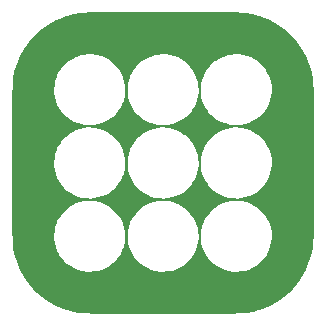
<source format=gbr>
%TF.GenerationSoftware,KiCad,Pcbnew,(6.0.8)*%
%TF.CreationDate,2022-11-08T14:14:13+01:00*%
%TF.ProjectId,Kockica,4b6f636b-6963-4612-9e6b-696361645f70,rev?*%
%TF.SameCoordinates,Original*%
%TF.FileFunction,Copper,L2,Bot*%
%TF.FilePolarity,Positive*%
%FSLAX46Y46*%
G04 Gerber Fmt 4.6, Leading zero omitted, Abs format (unit mm)*
G04 Created by KiCad (PCBNEW (6.0.8)) date 2022-11-08 14:14:13*
%MOMM*%
%LPD*%
G01*
G04 APERTURE LIST*
%TA.AperFunction,SMDPad,CuDef*%
%ADD10R,3.000000X0.650000*%
%TD*%
%TA.AperFunction,SMDPad,CuDef*%
%ADD11R,0.650000X3.000000*%
%TD*%
%TA.AperFunction,ViaPad*%
%ADD12C,0.800000*%
%TD*%
G04 APERTURE END LIST*
D10*
%TO.P,J1,1,Pin_1*%
%TO.N,/TOUCHPAD*%
X54700000Y-45435000D03*
%TO.P,J1,2,Pin_2*%
X57700000Y-44165000D03*
%TD*%
D11*
%TO.P,J4,1,Pin_1*%
%TO.N,/TOUCHPAD*%
X66965000Y-54700000D03*
%TO.P,J4,2,Pin_2*%
X68235000Y-57700000D03*
%TD*%
D10*
%TO.P,J3,1,Pin_1*%
%TO.N,/TOUCHPAD*%
X57700000Y-66965000D03*
%TO.P,J3,2,Pin_2*%
X54700000Y-68235000D03*
%TD*%
D11*
%TO.P,J2,1,Pin_1*%
%TO.N,/TOUCHPAD*%
X45435000Y-57700000D03*
%TO.P,J2,2,Pin_2*%
X44165000Y-54700000D03*
%TD*%
D12*
%TO.N,/TOUCHPAD*%
X64600000Y-53100000D03*
X59300000Y-59300000D03*
X64600000Y-59300000D03*
X59300000Y-64600000D03*
X53100000Y-64600000D03*
X59300000Y-53100000D03*
X59300000Y-47700000D03*
X53100000Y-59300000D03*
X51400000Y-44800000D03*
X51300000Y-67600000D03*
X47800000Y-53100000D03*
X44800000Y-51200000D03*
X44800000Y-61700000D03*
X61300000Y-44800000D03*
X67600000Y-51200000D03*
X61300000Y-67600000D03*
X47800000Y-59300000D03*
X53100000Y-53100000D03*
X53100000Y-47700000D03*
X67600000Y-61700000D03*
%TD*%
%TA.AperFunction,Conductor*%
%TO.N,/TOUCHPAD*%
G36*
X62383530Y-43456210D02*
G01*
X62400000Y-43459486D01*
X62408596Y-43457776D01*
X62408598Y-43457776D01*
X62410850Y-43457328D01*
X62431541Y-43455680D01*
X62885826Y-43472679D01*
X62892463Y-43473177D01*
X63126171Y-43499509D01*
X63372255Y-43527236D01*
X63378822Y-43528226D01*
X63616034Y-43573109D01*
X63853238Y-43617990D01*
X63859727Y-43619471D01*
X64006852Y-43658893D01*
X64326109Y-43744438D01*
X64332439Y-43746389D01*
X64630792Y-43850788D01*
X64788204Y-43905869D01*
X64794399Y-43908301D01*
X65236933Y-44101376D01*
X65242930Y-44104264D01*
X65669807Y-44329876D01*
X65675560Y-44333197D01*
X66084417Y-44590098D01*
X66089881Y-44593824D01*
X66186544Y-44665165D01*
X66478364Y-44880538D01*
X66483568Y-44884687D01*
X66849546Y-45199636D01*
X66854425Y-45204163D01*
X67195837Y-45545575D01*
X67200364Y-45550454D01*
X67515313Y-45916432D01*
X67519460Y-45921633D01*
X67712814Y-46183618D01*
X67806170Y-46310111D01*
X67809902Y-46315583D01*
X68066803Y-46724440D01*
X68070124Y-46730193D01*
X68295736Y-47157070D01*
X68298624Y-47163067D01*
X68491699Y-47605601D01*
X68494131Y-47611796D01*
X68539693Y-47742004D01*
X68653611Y-48067561D01*
X68655562Y-48073891D01*
X68711428Y-48282385D01*
X68780529Y-48540273D01*
X68782010Y-48546762D01*
X68864085Y-48980537D01*
X68871773Y-49021171D01*
X68872765Y-49027752D01*
X68926823Y-49507537D01*
X68927321Y-49514174D01*
X68944320Y-49968459D01*
X68942672Y-49989150D01*
X68940514Y-50000000D01*
X68942224Y-50008597D01*
X68943790Y-50016470D01*
X68945500Y-50033833D01*
X68945500Y-62366167D01*
X68943790Y-62383530D01*
X68940514Y-62400000D01*
X68942224Y-62408596D01*
X68942224Y-62408598D01*
X68942672Y-62410850D01*
X68944320Y-62431541D01*
X68927321Y-62885826D01*
X68926823Y-62892463D01*
X68912385Y-63020606D01*
X68877255Y-63332402D01*
X68872765Y-63372248D01*
X68871773Y-63378829D01*
X68782010Y-63853238D01*
X68780529Y-63859727D01*
X68655562Y-64326109D01*
X68653611Y-64332439D01*
X68593661Y-64503765D01*
X68494131Y-64788204D01*
X68491699Y-64794399D01*
X68298624Y-65236933D01*
X68295736Y-65242930D01*
X68070124Y-65669807D01*
X68066803Y-65675560D01*
X67809902Y-66084417D01*
X67806176Y-66089881D01*
X67519462Y-66478364D01*
X67515313Y-66483568D01*
X67200364Y-66849546D01*
X67195837Y-66854425D01*
X66854425Y-67195837D01*
X66849546Y-67200364D01*
X66483568Y-67515313D01*
X66478367Y-67519460D01*
X66089881Y-67806176D01*
X66084417Y-67809902D01*
X65675560Y-68066803D01*
X65669807Y-68070124D01*
X65242930Y-68295736D01*
X65236933Y-68298624D01*
X64794399Y-68491699D01*
X64788204Y-68494131D01*
X64630792Y-68549212D01*
X64332439Y-68653611D01*
X64326109Y-68655562D01*
X64006852Y-68741107D01*
X63859727Y-68780529D01*
X63853238Y-68782010D01*
X63646695Y-68821090D01*
X63378822Y-68871774D01*
X63372255Y-68872764D01*
X63126171Y-68900491D01*
X62892463Y-68926823D01*
X62885826Y-68927321D01*
X62431541Y-68944320D01*
X62410850Y-68942672D01*
X62408598Y-68942224D01*
X62408596Y-68942224D01*
X62400000Y-68940514D01*
X62391403Y-68942224D01*
X62383530Y-68943790D01*
X62366167Y-68945500D01*
X50033833Y-68945500D01*
X50016470Y-68943790D01*
X50008597Y-68942224D01*
X50000000Y-68940514D01*
X49991404Y-68942224D01*
X49991402Y-68942224D01*
X49989150Y-68942672D01*
X49968459Y-68944320D01*
X49514174Y-68927321D01*
X49507537Y-68926823D01*
X49273829Y-68900491D01*
X49027745Y-68872764D01*
X49021178Y-68871774D01*
X48753305Y-68821090D01*
X48546762Y-68782010D01*
X48540273Y-68780529D01*
X48393148Y-68741107D01*
X48073891Y-68655562D01*
X48067561Y-68653611D01*
X47769208Y-68549212D01*
X47611796Y-68494131D01*
X47605601Y-68491699D01*
X47163067Y-68298624D01*
X47157070Y-68295736D01*
X46730193Y-68070124D01*
X46724440Y-68066803D01*
X46315583Y-67809902D01*
X46310119Y-67806176D01*
X45921633Y-67519460D01*
X45916432Y-67515313D01*
X45550454Y-67200364D01*
X45545575Y-67195837D01*
X45204163Y-66854425D01*
X45199636Y-66849546D01*
X44884687Y-66483568D01*
X44880538Y-66478364D01*
X44593824Y-66089881D01*
X44590098Y-66084417D01*
X44333197Y-65675560D01*
X44329876Y-65669807D01*
X44104264Y-65242930D01*
X44101376Y-65236933D01*
X43908301Y-64794399D01*
X43905869Y-64788204D01*
X43806339Y-64503765D01*
X43746389Y-64332439D01*
X43744438Y-64326109D01*
X43619471Y-63859727D01*
X43617990Y-63853238D01*
X43528227Y-63378829D01*
X43527235Y-63372248D01*
X43522746Y-63332402D01*
X43487615Y-63020606D01*
X43473177Y-62892463D01*
X43472679Y-62885826D01*
X43455680Y-62431541D01*
X43457328Y-62410850D01*
X43457776Y-62408598D01*
X43457776Y-62408596D01*
X43459486Y-62400000D01*
X43456210Y-62383530D01*
X43454500Y-62366167D01*
X43454500Y-62305466D01*
X46991893Y-62305466D01*
X46991960Y-62308020D01*
X46994368Y-62400000D01*
X46994921Y-62421098D01*
X47000963Y-62651836D01*
X47001323Y-62654365D01*
X47001323Y-62654366D01*
X47035210Y-62892463D01*
X47049784Y-62994868D01*
X47137708Y-63330015D01*
X47263570Y-63652835D01*
X47264763Y-63655089D01*
X47264768Y-63655099D01*
X47369678Y-63853238D01*
X47425703Y-63959050D01*
X47427153Y-63961160D01*
X47427158Y-63961168D01*
X47582377Y-64187012D01*
X47621956Y-64244600D01*
X47849729Y-64505701D01*
X48106002Y-64738892D01*
X48387380Y-64941083D01*
X48389612Y-64942325D01*
X48389621Y-64942331D01*
X48567087Y-65041106D01*
X48690132Y-65109592D01*
X49010246Y-65242188D01*
X49343478Y-65337111D01*
X49471154Y-65358019D01*
X49682887Y-65392692D01*
X49682895Y-65392693D01*
X49685412Y-65393105D01*
X49687960Y-65393225D01*
X49687968Y-65393226D01*
X49902317Y-65403334D01*
X50031516Y-65409427D01*
X50034068Y-65409253D01*
X50034071Y-65409253D01*
X50374656Y-65386034D01*
X50374663Y-65386033D01*
X50377202Y-65385860D01*
X50717888Y-65322718D01*
X50720326Y-65321968D01*
X51046619Y-65221587D01*
X51046620Y-65221587D01*
X51049060Y-65220836D01*
X51366326Y-65081566D01*
X51518637Y-64992563D01*
X51663264Y-64908050D01*
X51663268Y-64908047D01*
X51665483Y-64906753D01*
X51942564Y-64698714D01*
X52193898Y-64460207D01*
X52416153Y-64194394D01*
X52570745Y-63959050D01*
X52604976Y-63906939D01*
X52604981Y-63906930D01*
X52606383Y-63904796D01*
X52762067Y-63595253D01*
X52860038Y-63327534D01*
X52880260Y-63272276D01*
X52880261Y-63272273D01*
X52881141Y-63269868D01*
X52962027Y-62932953D01*
X53003653Y-62588974D01*
X53009592Y-62400000D01*
X53004141Y-62305466D01*
X53191893Y-62305466D01*
X53191960Y-62308020D01*
X53194368Y-62400000D01*
X53194921Y-62421098D01*
X53200963Y-62651836D01*
X53201323Y-62654365D01*
X53201323Y-62654366D01*
X53235210Y-62892463D01*
X53249784Y-62994868D01*
X53337708Y-63330015D01*
X53463570Y-63652835D01*
X53464763Y-63655089D01*
X53464768Y-63655099D01*
X53569678Y-63853238D01*
X53625703Y-63959050D01*
X53627153Y-63961160D01*
X53627158Y-63961168D01*
X53782377Y-64187012D01*
X53821956Y-64244600D01*
X54049729Y-64505701D01*
X54306002Y-64738892D01*
X54587380Y-64941083D01*
X54589612Y-64942325D01*
X54589621Y-64942331D01*
X54767087Y-65041106D01*
X54890132Y-65109592D01*
X55210246Y-65242188D01*
X55543478Y-65337111D01*
X55671154Y-65358019D01*
X55882887Y-65392692D01*
X55882895Y-65392693D01*
X55885412Y-65393105D01*
X55887960Y-65393225D01*
X55887968Y-65393226D01*
X56102317Y-65403334D01*
X56231516Y-65409427D01*
X56234068Y-65409253D01*
X56234071Y-65409253D01*
X56574656Y-65386034D01*
X56574663Y-65386033D01*
X56577202Y-65385860D01*
X56917888Y-65322718D01*
X56920326Y-65321968D01*
X57246619Y-65221587D01*
X57246620Y-65221587D01*
X57249060Y-65220836D01*
X57566326Y-65081566D01*
X57718637Y-64992563D01*
X57863264Y-64908050D01*
X57863268Y-64908047D01*
X57865483Y-64906753D01*
X58142564Y-64698714D01*
X58393898Y-64460207D01*
X58616153Y-64194394D01*
X58770745Y-63959050D01*
X58804976Y-63906939D01*
X58804981Y-63906930D01*
X58806383Y-63904796D01*
X58962067Y-63595253D01*
X59060038Y-63327534D01*
X59080260Y-63272276D01*
X59080261Y-63272273D01*
X59081141Y-63269868D01*
X59162027Y-62932953D01*
X59203653Y-62588974D01*
X59209592Y-62400000D01*
X59204141Y-62305466D01*
X59391893Y-62305466D01*
X59391960Y-62308020D01*
X59394368Y-62400000D01*
X59394921Y-62421098D01*
X59400963Y-62651836D01*
X59401323Y-62654365D01*
X59401323Y-62654366D01*
X59435210Y-62892463D01*
X59449784Y-62994868D01*
X59537708Y-63330015D01*
X59663570Y-63652835D01*
X59664763Y-63655089D01*
X59664768Y-63655099D01*
X59769678Y-63853238D01*
X59825703Y-63959050D01*
X59827153Y-63961160D01*
X59827158Y-63961168D01*
X59982377Y-64187012D01*
X60021956Y-64244600D01*
X60249729Y-64505701D01*
X60506002Y-64738892D01*
X60787380Y-64941083D01*
X60789612Y-64942325D01*
X60789621Y-64942331D01*
X60967087Y-65041106D01*
X61090132Y-65109592D01*
X61410246Y-65242188D01*
X61743478Y-65337111D01*
X61871154Y-65358019D01*
X62082887Y-65392692D01*
X62082895Y-65392693D01*
X62085412Y-65393105D01*
X62087960Y-65393225D01*
X62087968Y-65393226D01*
X62302317Y-65403334D01*
X62431516Y-65409427D01*
X62434068Y-65409253D01*
X62434071Y-65409253D01*
X62774656Y-65386034D01*
X62774663Y-65386033D01*
X62777202Y-65385860D01*
X63117888Y-65322718D01*
X63120326Y-65321968D01*
X63446619Y-65221587D01*
X63446620Y-65221587D01*
X63449060Y-65220836D01*
X63766326Y-65081566D01*
X63918637Y-64992563D01*
X64063264Y-64908050D01*
X64063268Y-64908047D01*
X64065483Y-64906753D01*
X64342564Y-64698714D01*
X64593898Y-64460207D01*
X64816153Y-64194394D01*
X64970745Y-63959050D01*
X65004976Y-63906939D01*
X65004981Y-63906930D01*
X65006383Y-63904796D01*
X65162067Y-63595253D01*
X65260038Y-63327534D01*
X65280260Y-63272276D01*
X65280261Y-63272273D01*
X65281141Y-63269868D01*
X65362027Y-62932953D01*
X65403653Y-62588974D01*
X65409592Y-62400000D01*
X65404141Y-62305466D01*
X65389795Y-62056651D01*
X65389795Y-62056649D01*
X65389647Y-62054086D01*
X65330075Y-61712757D01*
X65231667Y-61380537D01*
X65095727Y-61061830D01*
X65022348Y-60933182D01*
X64925327Y-60763087D01*
X64925326Y-60763085D01*
X64924056Y-60760859D01*
X64718930Y-60481614D01*
X64483069Y-60227796D01*
X64219597Y-60002770D01*
X64217472Y-60001342D01*
X64217468Y-60001339D01*
X64075802Y-59906144D01*
X63932007Y-59809518D01*
X63929735Y-59808345D01*
X63929731Y-59808343D01*
X63626390Y-59651777D01*
X63626386Y-59651775D01*
X63624111Y-59650601D01*
X63621716Y-59649696D01*
X63621707Y-59649692D01*
X63442131Y-59581836D01*
X63299991Y-59528126D01*
X63297509Y-59527503D01*
X63297504Y-59527501D01*
X63131966Y-59485921D01*
X62963941Y-59443716D01*
X62961405Y-59443382D01*
X62961399Y-59443381D01*
X62622948Y-59398823D01*
X62622944Y-59398823D01*
X62620417Y-59398490D01*
X62489744Y-59396437D01*
X62276535Y-59393088D01*
X62276530Y-59393088D01*
X62273971Y-59393048D01*
X61929196Y-59427461D01*
X61926703Y-59428005D01*
X61926694Y-59428006D01*
X61593165Y-59500728D01*
X61590661Y-59501274D01*
X61262853Y-59613507D01*
X60950118Y-59762674D01*
X60947950Y-59764034D01*
X60658764Y-59945440D01*
X60658758Y-59945444D01*
X60656600Y-59946798D01*
X60609508Y-59984526D01*
X60388184Y-60161839D01*
X60388179Y-60161844D01*
X60386190Y-60163437D01*
X60142472Y-60409721D01*
X60140892Y-60411736D01*
X60087576Y-60479733D01*
X59928676Y-60682385D01*
X59747636Y-60977815D01*
X59746560Y-60980134D01*
X59746559Y-60980135D01*
X59645530Y-61197784D01*
X59601752Y-61292095D01*
X59492957Y-61621060D01*
X59422694Y-61960350D01*
X59391893Y-62305466D01*
X59204141Y-62305466D01*
X59189795Y-62056651D01*
X59189795Y-62056649D01*
X59189647Y-62054086D01*
X59130075Y-61712757D01*
X59031667Y-61380537D01*
X58895727Y-61061830D01*
X58822348Y-60933182D01*
X58725327Y-60763087D01*
X58725326Y-60763085D01*
X58724056Y-60760859D01*
X58518930Y-60481614D01*
X58283069Y-60227796D01*
X58019597Y-60002770D01*
X58017472Y-60001342D01*
X58017468Y-60001339D01*
X57875802Y-59906144D01*
X57732007Y-59809518D01*
X57729735Y-59808345D01*
X57729731Y-59808343D01*
X57426390Y-59651777D01*
X57426386Y-59651775D01*
X57424111Y-59650601D01*
X57421716Y-59649696D01*
X57421707Y-59649692D01*
X57242131Y-59581836D01*
X57099991Y-59528126D01*
X57097509Y-59527503D01*
X57097504Y-59527501D01*
X56931966Y-59485921D01*
X56763941Y-59443716D01*
X56761405Y-59443382D01*
X56761399Y-59443381D01*
X56422948Y-59398823D01*
X56422944Y-59398823D01*
X56420417Y-59398490D01*
X56289744Y-59396437D01*
X56076535Y-59393088D01*
X56076530Y-59393088D01*
X56073971Y-59393048D01*
X55729196Y-59427461D01*
X55726703Y-59428005D01*
X55726694Y-59428006D01*
X55393165Y-59500728D01*
X55390661Y-59501274D01*
X55062853Y-59613507D01*
X54750118Y-59762674D01*
X54747950Y-59764034D01*
X54458764Y-59945440D01*
X54458758Y-59945444D01*
X54456600Y-59946798D01*
X54409508Y-59984526D01*
X54188184Y-60161839D01*
X54188179Y-60161844D01*
X54186190Y-60163437D01*
X53942472Y-60409721D01*
X53940892Y-60411736D01*
X53887576Y-60479733D01*
X53728676Y-60682385D01*
X53547636Y-60977815D01*
X53546560Y-60980134D01*
X53546559Y-60980135D01*
X53445530Y-61197784D01*
X53401752Y-61292095D01*
X53292957Y-61621060D01*
X53222694Y-61960350D01*
X53191893Y-62305466D01*
X53004141Y-62305466D01*
X52989795Y-62056651D01*
X52989795Y-62056649D01*
X52989647Y-62054086D01*
X52930075Y-61712757D01*
X52831667Y-61380537D01*
X52695727Y-61061830D01*
X52622348Y-60933182D01*
X52525327Y-60763087D01*
X52525326Y-60763085D01*
X52524056Y-60760859D01*
X52318930Y-60481614D01*
X52083069Y-60227796D01*
X51819597Y-60002770D01*
X51817472Y-60001342D01*
X51817468Y-60001339D01*
X51675802Y-59906144D01*
X51532007Y-59809518D01*
X51529735Y-59808345D01*
X51529731Y-59808343D01*
X51226390Y-59651777D01*
X51226386Y-59651775D01*
X51224111Y-59650601D01*
X51221716Y-59649696D01*
X51221707Y-59649692D01*
X51042131Y-59581836D01*
X50899991Y-59528126D01*
X50897509Y-59527503D01*
X50897504Y-59527501D01*
X50731966Y-59485921D01*
X50563941Y-59443716D01*
X50561405Y-59443382D01*
X50561399Y-59443381D01*
X50222948Y-59398823D01*
X50222944Y-59398823D01*
X50220417Y-59398490D01*
X50089744Y-59396437D01*
X49876535Y-59393088D01*
X49876530Y-59393088D01*
X49873971Y-59393048D01*
X49529196Y-59427461D01*
X49526703Y-59428005D01*
X49526694Y-59428006D01*
X49193165Y-59500728D01*
X49190661Y-59501274D01*
X48862853Y-59613507D01*
X48550118Y-59762674D01*
X48547950Y-59764034D01*
X48258764Y-59945440D01*
X48258758Y-59945444D01*
X48256600Y-59946798D01*
X48209508Y-59984526D01*
X47988184Y-60161839D01*
X47988179Y-60161844D01*
X47986190Y-60163437D01*
X47742472Y-60409721D01*
X47740892Y-60411736D01*
X47687576Y-60479733D01*
X47528676Y-60682385D01*
X47347636Y-60977815D01*
X47346560Y-60980134D01*
X47346559Y-60980135D01*
X47245530Y-61197784D01*
X47201752Y-61292095D01*
X47092957Y-61621060D01*
X47022694Y-61960350D01*
X46991893Y-62305466D01*
X43454500Y-62305466D01*
X43454500Y-56105466D01*
X46991893Y-56105466D01*
X46994368Y-56200000D01*
X47000963Y-56451836D01*
X47049784Y-56794868D01*
X47137708Y-57130015D01*
X47263570Y-57452835D01*
X47264763Y-57455089D01*
X47264768Y-57455099D01*
X47370067Y-57653972D01*
X47425703Y-57759050D01*
X47427153Y-57761160D01*
X47427158Y-57761168D01*
X47582377Y-57987012D01*
X47621956Y-58044600D01*
X47849729Y-58305701D01*
X48106002Y-58538892D01*
X48387380Y-58741083D01*
X48389612Y-58742325D01*
X48389621Y-58742331D01*
X48567087Y-58841106D01*
X48690132Y-58909592D01*
X49010246Y-59042188D01*
X49343478Y-59137111D01*
X49471154Y-59158019D01*
X49682887Y-59192692D01*
X49682895Y-59192693D01*
X49685412Y-59193105D01*
X49687960Y-59193225D01*
X49687968Y-59193226D01*
X49902317Y-59203334D01*
X50031516Y-59209427D01*
X50034068Y-59209253D01*
X50034071Y-59209253D01*
X50374656Y-59186034D01*
X50374663Y-59186033D01*
X50377202Y-59185860D01*
X50717888Y-59122718D01*
X50720326Y-59121968D01*
X51046619Y-59021587D01*
X51046620Y-59021587D01*
X51049060Y-59020836D01*
X51366326Y-58881566D01*
X51518637Y-58792563D01*
X51663264Y-58708050D01*
X51663268Y-58708047D01*
X51665483Y-58706753D01*
X51942564Y-58498714D01*
X52193898Y-58260207D01*
X52416153Y-57994394D01*
X52570745Y-57759050D01*
X52604976Y-57706939D01*
X52604981Y-57706930D01*
X52606383Y-57704796D01*
X52762067Y-57395253D01*
X52860038Y-57127534D01*
X52880260Y-57072276D01*
X52880261Y-57072273D01*
X52881141Y-57069868D01*
X52962027Y-56732953D01*
X53003653Y-56388974D01*
X53009592Y-56200000D01*
X53004141Y-56105466D01*
X53191893Y-56105466D01*
X53194368Y-56200000D01*
X53200963Y-56451836D01*
X53249784Y-56794868D01*
X53337708Y-57130015D01*
X53463570Y-57452835D01*
X53464763Y-57455089D01*
X53464768Y-57455099D01*
X53570067Y-57653972D01*
X53625703Y-57759050D01*
X53627153Y-57761160D01*
X53627158Y-57761168D01*
X53782377Y-57987012D01*
X53821956Y-58044600D01*
X54049729Y-58305701D01*
X54306002Y-58538892D01*
X54587380Y-58741083D01*
X54589612Y-58742325D01*
X54589621Y-58742331D01*
X54767087Y-58841106D01*
X54890132Y-58909592D01*
X55210246Y-59042188D01*
X55543478Y-59137111D01*
X55671154Y-59158019D01*
X55882887Y-59192692D01*
X55882895Y-59192693D01*
X55885412Y-59193105D01*
X55887960Y-59193225D01*
X55887968Y-59193226D01*
X56102317Y-59203334D01*
X56231516Y-59209427D01*
X56234068Y-59209253D01*
X56234071Y-59209253D01*
X56574656Y-59186034D01*
X56574663Y-59186033D01*
X56577202Y-59185860D01*
X56917888Y-59122718D01*
X56920326Y-59121968D01*
X57246619Y-59021587D01*
X57246620Y-59021587D01*
X57249060Y-59020836D01*
X57566326Y-58881566D01*
X57718637Y-58792563D01*
X57863264Y-58708050D01*
X57863268Y-58708047D01*
X57865483Y-58706753D01*
X58142564Y-58498714D01*
X58393898Y-58260207D01*
X58616153Y-57994394D01*
X58770745Y-57759050D01*
X58804976Y-57706939D01*
X58804981Y-57706930D01*
X58806383Y-57704796D01*
X58962067Y-57395253D01*
X59060038Y-57127534D01*
X59080260Y-57072276D01*
X59080261Y-57072273D01*
X59081141Y-57069868D01*
X59162027Y-56732953D01*
X59203653Y-56388974D01*
X59209592Y-56200000D01*
X59204141Y-56105466D01*
X59391893Y-56105466D01*
X59394368Y-56200000D01*
X59400963Y-56451836D01*
X59449784Y-56794868D01*
X59537708Y-57130015D01*
X59663570Y-57452835D01*
X59664763Y-57455089D01*
X59664768Y-57455099D01*
X59770067Y-57653972D01*
X59825703Y-57759050D01*
X59827153Y-57761160D01*
X59827158Y-57761168D01*
X59982377Y-57987012D01*
X60021956Y-58044600D01*
X60249729Y-58305701D01*
X60506002Y-58538892D01*
X60787380Y-58741083D01*
X60789612Y-58742325D01*
X60789621Y-58742331D01*
X60967087Y-58841106D01*
X61090132Y-58909592D01*
X61410246Y-59042188D01*
X61743478Y-59137111D01*
X61871154Y-59158019D01*
X62082887Y-59192692D01*
X62082895Y-59192693D01*
X62085412Y-59193105D01*
X62087960Y-59193225D01*
X62087968Y-59193226D01*
X62302317Y-59203334D01*
X62431516Y-59209427D01*
X62434068Y-59209253D01*
X62434071Y-59209253D01*
X62774656Y-59186034D01*
X62774663Y-59186033D01*
X62777202Y-59185860D01*
X63117888Y-59122718D01*
X63120326Y-59121968D01*
X63446619Y-59021587D01*
X63446620Y-59021587D01*
X63449060Y-59020836D01*
X63766326Y-58881566D01*
X63918637Y-58792563D01*
X64063264Y-58708050D01*
X64063268Y-58708047D01*
X64065483Y-58706753D01*
X64342564Y-58498714D01*
X64593898Y-58260207D01*
X64816153Y-57994394D01*
X64970745Y-57759050D01*
X65004976Y-57706939D01*
X65004981Y-57706930D01*
X65006383Y-57704796D01*
X65162067Y-57395253D01*
X65260038Y-57127534D01*
X65280260Y-57072276D01*
X65280261Y-57072273D01*
X65281141Y-57069868D01*
X65362027Y-56732953D01*
X65403653Y-56388974D01*
X65409592Y-56200000D01*
X65404141Y-56105466D01*
X65389795Y-55856651D01*
X65389795Y-55856649D01*
X65389647Y-55854086D01*
X65330075Y-55512757D01*
X65231667Y-55180537D01*
X65095727Y-54861830D01*
X65022348Y-54733182D01*
X64925327Y-54563087D01*
X64925326Y-54563085D01*
X64924056Y-54560859D01*
X64718930Y-54281614D01*
X64483069Y-54027796D01*
X64219597Y-53802770D01*
X64217472Y-53801342D01*
X64217468Y-53801339D01*
X64075802Y-53706144D01*
X63932007Y-53609518D01*
X63929735Y-53608345D01*
X63929731Y-53608343D01*
X63626390Y-53451777D01*
X63626386Y-53451775D01*
X63624111Y-53450601D01*
X63621716Y-53449696D01*
X63621707Y-53449692D01*
X63442131Y-53381836D01*
X63299991Y-53328126D01*
X63297509Y-53327503D01*
X63297504Y-53327501D01*
X63131966Y-53285921D01*
X62963941Y-53243716D01*
X62961405Y-53243382D01*
X62961399Y-53243381D01*
X62622948Y-53198823D01*
X62622944Y-53198823D01*
X62620417Y-53198490D01*
X62489744Y-53196437D01*
X62276535Y-53193088D01*
X62276530Y-53193088D01*
X62273971Y-53193048D01*
X61929196Y-53227461D01*
X61926703Y-53228005D01*
X61926694Y-53228006D01*
X61593165Y-53300728D01*
X61590661Y-53301274D01*
X61262853Y-53413507D01*
X60950118Y-53562674D01*
X60947950Y-53564034D01*
X60658764Y-53745440D01*
X60658758Y-53745444D01*
X60656600Y-53746798D01*
X60609508Y-53784526D01*
X60388184Y-53961839D01*
X60388179Y-53961844D01*
X60386190Y-53963437D01*
X60142472Y-54209721D01*
X60140892Y-54211736D01*
X60087576Y-54279733D01*
X59928676Y-54482385D01*
X59747636Y-54777815D01*
X59746560Y-54780134D01*
X59746559Y-54780135D01*
X59645530Y-54997784D01*
X59601752Y-55092095D01*
X59492957Y-55421060D01*
X59422694Y-55760350D01*
X59391893Y-56105466D01*
X59204141Y-56105466D01*
X59189795Y-55856651D01*
X59189795Y-55856649D01*
X59189647Y-55854086D01*
X59130075Y-55512757D01*
X59031667Y-55180537D01*
X58895727Y-54861830D01*
X58822348Y-54733182D01*
X58725327Y-54563087D01*
X58725326Y-54563085D01*
X58724056Y-54560859D01*
X58518930Y-54281614D01*
X58283069Y-54027796D01*
X58019597Y-53802770D01*
X58017472Y-53801342D01*
X58017468Y-53801339D01*
X57875802Y-53706144D01*
X57732007Y-53609518D01*
X57729735Y-53608345D01*
X57729731Y-53608343D01*
X57426390Y-53451777D01*
X57426386Y-53451775D01*
X57424111Y-53450601D01*
X57421716Y-53449696D01*
X57421707Y-53449692D01*
X57242131Y-53381836D01*
X57099991Y-53328126D01*
X57097509Y-53327503D01*
X57097504Y-53327501D01*
X56931966Y-53285921D01*
X56763941Y-53243716D01*
X56761405Y-53243382D01*
X56761399Y-53243381D01*
X56422948Y-53198823D01*
X56422944Y-53198823D01*
X56420417Y-53198490D01*
X56289744Y-53196437D01*
X56076535Y-53193088D01*
X56076530Y-53193088D01*
X56073971Y-53193048D01*
X55729196Y-53227461D01*
X55726703Y-53228005D01*
X55726694Y-53228006D01*
X55393165Y-53300728D01*
X55390661Y-53301274D01*
X55062853Y-53413507D01*
X54750118Y-53562674D01*
X54747950Y-53564034D01*
X54458764Y-53745440D01*
X54458758Y-53745444D01*
X54456600Y-53746798D01*
X54409508Y-53784526D01*
X54188184Y-53961839D01*
X54188179Y-53961844D01*
X54186190Y-53963437D01*
X53942472Y-54209721D01*
X53940892Y-54211736D01*
X53887576Y-54279733D01*
X53728676Y-54482385D01*
X53547636Y-54777815D01*
X53546560Y-54780134D01*
X53546559Y-54780135D01*
X53445530Y-54997784D01*
X53401752Y-55092095D01*
X53292957Y-55421060D01*
X53222694Y-55760350D01*
X53191893Y-56105466D01*
X53004141Y-56105466D01*
X52989795Y-55856651D01*
X52989795Y-55856649D01*
X52989647Y-55854086D01*
X52930075Y-55512757D01*
X52831667Y-55180537D01*
X52695727Y-54861830D01*
X52622348Y-54733182D01*
X52525327Y-54563087D01*
X52525326Y-54563085D01*
X52524056Y-54560859D01*
X52318930Y-54281614D01*
X52083069Y-54027796D01*
X51819597Y-53802770D01*
X51817472Y-53801342D01*
X51817468Y-53801339D01*
X51675802Y-53706144D01*
X51532007Y-53609518D01*
X51529735Y-53608345D01*
X51529731Y-53608343D01*
X51226390Y-53451777D01*
X51226386Y-53451775D01*
X51224111Y-53450601D01*
X51221716Y-53449696D01*
X51221707Y-53449692D01*
X51042131Y-53381836D01*
X50899991Y-53328126D01*
X50897509Y-53327503D01*
X50897504Y-53327501D01*
X50731966Y-53285921D01*
X50563941Y-53243716D01*
X50561405Y-53243382D01*
X50561399Y-53243381D01*
X50222948Y-53198823D01*
X50222944Y-53198823D01*
X50220417Y-53198490D01*
X50089744Y-53196437D01*
X49876535Y-53193088D01*
X49876530Y-53193088D01*
X49873971Y-53193048D01*
X49529196Y-53227461D01*
X49526703Y-53228005D01*
X49526694Y-53228006D01*
X49193165Y-53300728D01*
X49190661Y-53301274D01*
X48862853Y-53413507D01*
X48550118Y-53562674D01*
X48547950Y-53564034D01*
X48258764Y-53745440D01*
X48258758Y-53745444D01*
X48256600Y-53746798D01*
X48209508Y-53784526D01*
X47988184Y-53961839D01*
X47988179Y-53961844D01*
X47986190Y-53963437D01*
X47742472Y-54209721D01*
X47740892Y-54211736D01*
X47687576Y-54279733D01*
X47528676Y-54482385D01*
X47347636Y-54777815D01*
X47346560Y-54780134D01*
X47346559Y-54780135D01*
X47245530Y-54997784D01*
X47201752Y-55092095D01*
X47092957Y-55421060D01*
X47022694Y-55760350D01*
X46991893Y-56105466D01*
X43454500Y-56105466D01*
X43454500Y-50033833D01*
X43456210Y-50016470D01*
X43457776Y-50008597D01*
X43459486Y-50000000D01*
X43457328Y-49989150D01*
X43455680Y-49968459D01*
X43458037Y-49905466D01*
X46991893Y-49905466D01*
X46994368Y-50000000D01*
X47000963Y-50251836D01*
X47049784Y-50594868D01*
X47137708Y-50930015D01*
X47263570Y-51252835D01*
X47264763Y-51255089D01*
X47264768Y-51255099D01*
X47370067Y-51453972D01*
X47425703Y-51559050D01*
X47427153Y-51561160D01*
X47427158Y-51561168D01*
X47582377Y-51787012D01*
X47621956Y-51844600D01*
X47849729Y-52105701D01*
X48106002Y-52338892D01*
X48387380Y-52541083D01*
X48389612Y-52542325D01*
X48389621Y-52542331D01*
X48567087Y-52641106D01*
X48690132Y-52709592D01*
X49010246Y-52842188D01*
X49343478Y-52937111D01*
X49471154Y-52958019D01*
X49682887Y-52992692D01*
X49682895Y-52992693D01*
X49685412Y-52993105D01*
X49687960Y-52993225D01*
X49687968Y-52993226D01*
X49902317Y-53003334D01*
X50031516Y-53009427D01*
X50034068Y-53009253D01*
X50034071Y-53009253D01*
X50374656Y-52986034D01*
X50374663Y-52986033D01*
X50377202Y-52985860D01*
X50717888Y-52922718D01*
X50720326Y-52921968D01*
X51046619Y-52821587D01*
X51046620Y-52821587D01*
X51049060Y-52820836D01*
X51366326Y-52681566D01*
X51518637Y-52592563D01*
X51663264Y-52508050D01*
X51663268Y-52508047D01*
X51665483Y-52506753D01*
X51942564Y-52298714D01*
X52193898Y-52060207D01*
X52416153Y-51794394D01*
X52570745Y-51559050D01*
X52604976Y-51506939D01*
X52604981Y-51506930D01*
X52606383Y-51504796D01*
X52762067Y-51195253D01*
X52860038Y-50927534D01*
X52880260Y-50872276D01*
X52880261Y-50872273D01*
X52881141Y-50869868D01*
X52962027Y-50532953D01*
X53003653Y-50188974D01*
X53009592Y-50000000D01*
X53004141Y-49905466D01*
X53191893Y-49905466D01*
X53194368Y-50000000D01*
X53200963Y-50251836D01*
X53249784Y-50594868D01*
X53337708Y-50930015D01*
X53463570Y-51252835D01*
X53464763Y-51255089D01*
X53464768Y-51255099D01*
X53570067Y-51453972D01*
X53625703Y-51559050D01*
X53627153Y-51561160D01*
X53627158Y-51561168D01*
X53782377Y-51787012D01*
X53821956Y-51844600D01*
X54049729Y-52105701D01*
X54306002Y-52338892D01*
X54587380Y-52541083D01*
X54589612Y-52542325D01*
X54589621Y-52542331D01*
X54767087Y-52641106D01*
X54890132Y-52709592D01*
X55210246Y-52842188D01*
X55543478Y-52937111D01*
X55671154Y-52958019D01*
X55882887Y-52992692D01*
X55882895Y-52992693D01*
X55885412Y-52993105D01*
X55887960Y-52993225D01*
X55887968Y-52993226D01*
X56102317Y-53003334D01*
X56231516Y-53009427D01*
X56234068Y-53009253D01*
X56234071Y-53009253D01*
X56574656Y-52986034D01*
X56574663Y-52986033D01*
X56577202Y-52985860D01*
X56917888Y-52922718D01*
X56920326Y-52921968D01*
X57246619Y-52821587D01*
X57246620Y-52821587D01*
X57249060Y-52820836D01*
X57566326Y-52681566D01*
X57718637Y-52592563D01*
X57863264Y-52508050D01*
X57863268Y-52508047D01*
X57865483Y-52506753D01*
X58142564Y-52298714D01*
X58393898Y-52060207D01*
X58616153Y-51794394D01*
X58770745Y-51559050D01*
X58804976Y-51506939D01*
X58804981Y-51506930D01*
X58806383Y-51504796D01*
X58962067Y-51195253D01*
X59060038Y-50927534D01*
X59080260Y-50872276D01*
X59080261Y-50872273D01*
X59081141Y-50869868D01*
X59162027Y-50532953D01*
X59203653Y-50188974D01*
X59209592Y-50000000D01*
X59204141Y-49905466D01*
X59391893Y-49905466D01*
X59394368Y-50000000D01*
X59400963Y-50251836D01*
X59449784Y-50594868D01*
X59537708Y-50930015D01*
X59663570Y-51252835D01*
X59664763Y-51255089D01*
X59664768Y-51255099D01*
X59770067Y-51453972D01*
X59825703Y-51559050D01*
X59827153Y-51561160D01*
X59827158Y-51561168D01*
X59982377Y-51787012D01*
X60021956Y-51844600D01*
X60249729Y-52105701D01*
X60506002Y-52338892D01*
X60787380Y-52541083D01*
X60789612Y-52542325D01*
X60789621Y-52542331D01*
X60967087Y-52641106D01*
X61090132Y-52709592D01*
X61410246Y-52842188D01*
X61743478Y-52937111D01*
X61871154Y-52958019D01*
X62082887Y-52992692D01*
X62082895Y-52992693D01*
X62085412Y-52993105D01*
X62087960Y-52993225D01*
X62087968Y-52993226D01*
X62302317Y-53003334D01*
X62431516Y-53009427D01*
X62434068Y-53009253D01*
X62434071Y-53009253D01*
X62774656Y-52986034D01*
X62774663Y-52986033D01*
X62777202Y-52985860D01*
X63117888Y-52922718D01*
X63120326Y-52921968D01*
X63446619Y-52821587D01*
X63446620Y-52821587D01*
X63449060Y-52820836D01*
X63766326Y-52681566D01*
X63918637Y-52592563D01*
X64063264Y-52508050D01*
X64063268Y-52508047D01*
X64065483Y-52506753D01*
X64342564Y-52298714D01*
X64593898Y-52060207D01*
X64816153Y-51794394D01*
X64970745Y-51559050D01*
X65004976Y-51506939D01*
X65004981Y-51506930D01*
X65006383Y-51504796D01*
X65162067Y-51195253D01*
X65260038Y-50927534D01*
X65280260Y-50872276D01*
X65280261Y-50872273D01*
X65281141Y-50869868D01*
X65362027Y-50532953D01*
X65403653Y-50188974D01*
X65409592Y-50000000D01*
X65404141Y-49905466D01*
X65389795Y-49656651D01*
X65389795Y-49656649D01*
X65389647Y-49654086D01*
X65330075Y-49312757D01*
X65231667Y-48980537D01*
X65095727Y-48661830D01*
X65030094Y-48546762D01*
X64925327Y-48363087D01*
X64925326Y-48363085D01*
X64924056Y-48360859D01*
X64718930Y-48081614D01*
X64483069Y-47827796D01*
X64219597Y-47602770D01*
X64217472Y-47601342D01*
X64217468Y-47601339D01*
X64075802Y-47506144D01*
X63932007Y-47409518D01*
X63929735Y-47408345D01*
X63929731Y-47408343D01*
X63626390Y-47251777D01*
X63626386Y-47251775D01*
X63624111Y-47250601D01*
X63621716Y-47249696D01*
X63621707Y-47249692D01*
X63392459Y-47163067D01*
X63299991Y-47128126D01*
X63297509Y-47127503D01*
X63297504Y-47127501D01*
X63058971Y-47067586D01*
X62963941Y-47043716D01*
X62961405Y-47043382D01*
X62961399Y-47043381D01*
X62622948Y-46998823D01*
X62622944Y-46998823D01*
X62620417Y-46998490D01*
X62489744Y-46996437D01*
X62276535Y-46993088D01*
X62276530Y-46993088D01*
X62273971Y-46993048D01*
X61929196Y-47027461D01*
X61926703Y-47028005D01*
X61926694Y-47028006D01*
X61593165Y-47100728D01*
X61590661Y-47101274D01*
X61262853Y-47213507D01*
X60950118Y-47362674D01*
X60947950Y-47364034D01*
X60658764Y-47545440D01*
X60658758Y-47545444D01*
X60656600Y-47546798D01*
X60609508Y-47584526D01*
X60388184Y-47761839D01*
X60388179Y-47761844D01*
X60386190Y-47763437D01*
X60142472Y-48009721D01*
X60140892Y-48011736D01*
X60087576Y-48079733D01*
X59928676Y-48282385D01*
X59747636Y-48577815D01*
X59746560Y-48580134D01*
X59746559Y-48580135D01*
X59645530Y-48797784D01*
X59601752Y-48892095D01*
X59492957Y-49221060D01*
X59492438Y-49223567D01*
X59432257Y-49514174D01*
X59422694Y-49560350D01*
X59391893Y-49905466D01*
X59204141Y-49905466D01*
X59189795Y-49656651D01*
X59189795Y-49656649D01*
X59189647Y-49654086D01*
X59130075Y-49312757D01*
X59031667Y-48980537D01*
X58895727Y-48661830D01*
X58830094Y-48546762D01*
X58725327Y-48363087D01*
X58725326Y-48363085D01*
X58724056Y-48360859D01*
X58518930Y-48081614D01*
X58283069Y-47827796D01*
X58019597Y-47602770D01*
X58017472Y-47601342D01*
X58017468Y-47601339D01*
X57875802Y-47506144D01*
X57732007Y-47409518D01*
X57729735Y-47408345D01*
X57729731Y-47408343D01*
X57426390Y-47251777D01*
X57426386Y-47251775D01*
X57424111Y-47250601D01*
X57421716Y-47249696D01*
X57421707Y-47249692D01*
X57192459Y-47163067D01*
X57099991Y-47128126D01*
X57097509Y-47127503D01*
X57097504Y-47127501D01*
X56858971Y-47067586D01*
X56763941Y-47043716D01*
X56761405Y-47043382D01*
X56761399Y-47043381D01*
X56422948Y-46998823D01*
X56422944Y-46998823D01*
X56420417Y-46998490D01*
X56289744Y-46996437D01*
X56076535Y-46993088D01*
X56076530Y-46993088D01*
X56073971Y-46993048D01*
X55729196Y-47027461D01*
X55726703Y-47028005D01*
X55726694Y-47028006D01*
X55393165Y-47100728D01*
X55390661Y-47101274D01*
X55062853Y-47213507D01*
X54750118Y-47362674D01*
X54747950Y-47364034D01*
X54458764Y-47545440D01*
X54458758Y-47545444D01*
X54456600Y-47546798D01*
X54409508Y-47584526D01*
X54188184Y-47761839D01*
X54188179Y-47761844D01*
X54186190Y-47763437D01*
X53942472Y-48009721D01*
X53940892Y-48011736D01*
X53887576Y-48079733D01*
X53728676Y-48282385D01*
X53547636Y-48577815D01*
X53546560Y-48580134D01*
X53546559Y-48580135D01*
X53445530Y-48797784D01*
X53401752Y-48892095D01*
X53292957Y-49221060D01*
X53292438Y-49223567D01*
X53232257Y-49514174D01*
X53222694Y-49560350D01*
X53191893Y-49905466D01*
X53004141Y-49905466D01*
X52989795Y-49656651D01*
X52989795Y-49656649D01*
X52989647Y-49654086D01*
X52930075Y-49312757D01*
X52831667Y-48980537D01*
X52695727Y-48661830D01*
X52630094Y-48546762D01*
X52525327Y-48363087D01*
X52525326Y-48363085D01*
X52524056Y-48360859D01*
X52318930Y-48081614D01*
X52083069Y-47827796D01*
X51819597Y-47602770D01*
X51817472Y-47601342D01*
X51817468Y-47601339D01*
X51675802Y-47506144D01*
X51532007Y-47409518D01*
X51529735Y-47408345D01*
X51529731Y-47408343D01*
X51226390Y-47251777D01*
X51226386Y-47251775D01*
X51224111Y-47250601D01*
X51221716Y-47249696D01*
X51221707Y-47249692D01*
X50992459Y-47163067D01*
X50899991Y-47128126D01*
X50897509Y-47127503D01*
X50897504Y-47127501D01*
X50658971Y-47067586D01*
X50563941Y-47043716D01*
X50561405Y-47043382D01*
X50561399Y-47043381D01*
X50222948Y-46998823D01*
X50222944Y-46998823D01*
X50220417Y-46998490D01*
X50089744Y-46996437D01*
X49876535Y-46993088D01*
X49876530Y-46993088D01*
X49873971Y-46993048D01*
X49529196Y-47027461D01*
X49526703Y-47028005D01*
X49526694Y-47028006D01*
X49193165Y-47100728D01*
X49190661Y-47101274D01*
X48862853Y-47213507D01*
X48550118Y-47362674D01*
X48547950Y-47364034D01*
X48258764Y-47545440D01*
X48258758Y-47545444D01*
X48256600Y-47546798D01*
X48209508Y-47584526D01*
X47988184Y-47761839D01*
X47988179Y-47761844D01*
X47986190Y-47763437D01*
X47742472Y-48009721D01*
X47740892Y-48011736D01*
X47687576Y-48079733D01*
X47528676Y-48282385D01*
X47347636Y-48577815D01*
X47346560Y-48580134D01*
X47346559Y-48580135D01*
X47245530Y-48797784D01*
X47201752Y-48892095D01*
X47092957Y-49221060D01*
X47092438Y-49223567D01*
X47032257Y-49514174D01*
X47022694Y-49560350D01*
X46991893Y-49905466D01*
X43458037Y-49905466D01*
X43472679Y-49514174D01*
X43473177Y-49507537D01*
X43527235Y-49027752D01*
X43528227Y-49021171D01*
X43535916Y-48980537D01*
X43617990Y-48546762D01*
X43619471Y-48540273D01*
X43688572Y-48282385D01*
X43744438Y-48073891D01*
X43746389Y-48067561D01*
X43860307Y-47742004D01*
X43905869Y-47611796D01*
X43908301Y-47605601D01*
X44101376Y-47163067D01*
X44104264Y-47157070D01*
X44329876Y-46730193D01*
X44333197Y-46724440D01*
X44590098Y-46315583D01*
X44593830Y-46310111D01*
X44687187Y-46183618D01*
X44880540Y-45921633D01*
X44884687Y-45916432D01*
X45199636Y-45550454D01*
X45204163Y-45545575D01*
X45545575Y-45204163D01*
X45550454Y-45199636D01*
X45916432Y-44884687D01*
X45921636Y-44880538D01*
X46213456Y-44665165D01*
X46310119Y-44593824D01*
X46315583Y-44590098D01*
X46724440Y-44333197D01*
X46730193Y-44329876D01*
X47157070Y-44104264D01*
X47163067Y-44101376D01*
X47605601Y-43908301D01*
X47611796Y-43905869D01*
X47769208Y-43850788D01*
X48067561Y-43746389D01*
X48073891Y-43744438D01*
X48393148Y-43658893D01*
X48540273Y-43619471D01*
X48546762Y-43617990D01*
X48783966Y-43573109D01*
X49021178Y-43528226D01*
X49027745Y-43527236D01*
X49273829Y-43499509D01*
X49507537Y-43473177D01*
X49514174Y-43472679D01*
X49968459Y-43455680D01*
X49989150Y-43457328D01*
X49991402Y-43457776D01*
X49991404Y-43457776D01*
X50000000Y-43459486D01*
X50016470Y-43456210D01*
X50033833Y-43454500D01*
X62366167Y-43454500D01*
X62383530Y-43456210D01*
G37*
%TD.AperFunction*%
%TD*%
M02*

</source>
